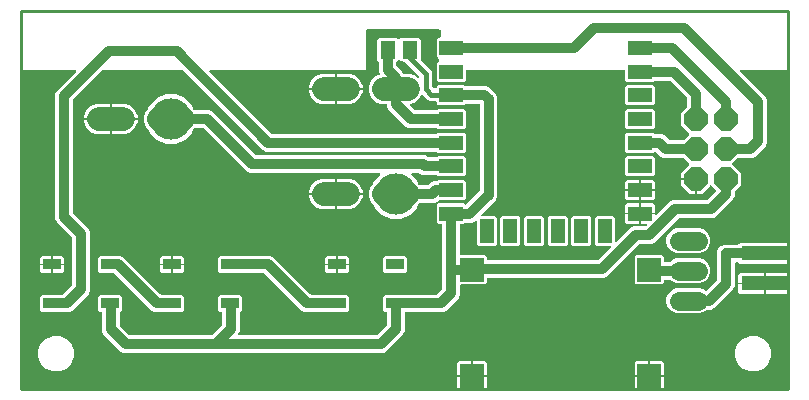
<source format=gbr>
G04 EAGLE Gerber RS-274X export*
G75*
%MOMM*%
%FSLAX34Y34*%
%LPD*%
%INTop Copper*%
%IPPOS*%
%AMOC8*
5,1,8,0,0,1.08239X$1,22.5*%
G01*
G04 Define Apertures*
%ADD10P,2.1821X8X112.5*%
%ADD11R,2.000000X1.200000*%
%ADD12R,1.200000X2.000000*%
%ADD13C,2.016000*%
%ADD14R,1.500000X0.900000*%
%ADD15C,1.600000*%
%ADD16R,4.000000X1.270000*%
%ADD17R,1.300000X1.500000*%
%ADD18R,2.000000X2.000000*%
%ADD19C,0.812800*%
%ADD20C,0.400000*%
%ADD21C,0.406400*%
%ADD22C,3.500000*%
%ADD23C,0.254000*%
G36*
X488666Y109224D02*
X488368Y109164D01*
X395462Y109164D01*
X395187Y109215D01*
X394932Y109379D01*
X394760Y109629D01*
X394700Y109926D01*
X394700Y112036D01*
X393236Y113500D01*
X372826Y113500D01*
X372551Y113551D01*
X372296Y113715D01*
X372124Y113965D01*
X372064Y114262D01*
X372064Y139278D01*
X372115Y139553D01*
X372279Y139808D01*
X372529Y139980D01*
X372826Y140040D01*
X375536Y140040D01*
X375658Y140163D01*
X375900Y140326D01*
X376197Y140386D01*
X381105Y140386D01*
X383885Y141538D01*
X384699Y142352D01*
X384919Y142505D01*
X385214Y142575D01*
X385513Y142524D01*
X385768Y142361D01*
X385940Y142110D01*
X386000Y141813D01*
X386000Y122704D01*
X387464Y121240D01*
X401536Y121240D01*
X403000Y122704D01*
X403000Y144776D01*
X401536Y146240D01*
X390427Y146240D01*
X390163Y146287D01*
X389905Y146446D01*
X389730Y146694D01*
X389665Y146990D01*
X389720Y147288D01*
X389888Y147541D01*
X402462Y160115D01*
X403614Y162895D01*
X403614Y246955D01*
X402462Y249735D01*
X396585Y255612D01*
X393805Y256764D01*
X376127Y256764D01*
X375841Y256820D01*
X375588Y256987D01*
X375536Y257040D01*
X353464Y257040D01*
X352000Y255576D01*
X352000Y255494D01*
X351949Y255219D01*
X351785Y254964D01*
X351535Y254792D01*
X351238Y254732D01*
X350307Y254732D01*
X350021Y254788D01*
X349768Y254955D01*
X348655Y256068D01*
X348492Y256310D01*
X348432Y256607D01*
X348432Y267800D01*
X347957Y268946D01*
X347900Y269214D01*
X347951Y269513D01*
X348114Y269768D01*
X348364Y269940D01*
X348661Y270000D01*
X351238Y270000D01*
X351513Y269949D01*
X351768Y269785D01*
X351940Y269535D01*
X352000Y269238D01*
X352000Y261504D01*
X353464Y260040D01*
X375536Y260040D01*
X377000Y261504D01*
X377000Y269238D01*
X377051Y269513D01*
X377215Y269768D01*
X377465Y269940D01*
X377762Y270000D01*
X511238Y270000D01*
X511513Y269949D01*
X511768Y269785D01*
X511940Y269535D01*
X512000Y269238D01*
X512000Y261504D01*
X513464Y260040D01*
X535536Y260040D01*
X536248Y260753D01*
X536490Y260916D01*
X536787Y260976D01*
X549511Y260976D01*
X549797Y260920D01*
X550050Y260753D01*
X563713Y247090D01*
X563876Y246848D01*
X563936Y246551D01*
X563936Y239142D01*
X563880Y238856D01*
X563713Y238604D01*
X558920Y233811D01*
X558920Y223389D01*
X565870Y216439D01*
X566028Y216208D01*
X566094Y215912D01*
X566038Y215614D01*
X565870Y215361D01*
X561496Y210987D01*
X561255Y210824D01*
X560958Y210764D01*
X549549Y210764D01*
X549263Y210820D01*
X549010Y210987D01*
X545045Y214952D01*
X542265Y216104D01*
X536787Y216104D01*
X536501Y216160D01*
X536248Y216327D01*
X535536Y217040D01*
X513464Y217040D01*
X512000Y215576D01*
X512000Y201504D01*
X513464Y200040D01*
X535536Y200040D01*
X536248Y200753D01*
X536490Y200916D01*
X536787Y200976D01*
X537311Y200976D01*
X537597Y200920D01*
X537850Y200753D01*
X541815Y196788D01*
X544595Y195636D01*
X560958Y195636D01*
X561244Y195580D01*
X561496Y195413D01*
X565842Y191067D01*
X566000Y190837D01*
X566065Y190540D01*
X566010Y190242D01*
X565842Y189990D01*
X558880Y183027D01*
X558880Y178562D01*
X572262Y178562D01*
X572262Y165180D01*
X576727Y165180D01*
X583690Y172142D01*
X583920Y172300D01*
X584216Y172365D01*
X584514Y172310D01*
X584767Y172142D01*
X588467Y168442D01*
X588625Y168212D01*
X588690Y167915D01*
X588635Y167617D01*
X588467Y167364D01*
X581290Y160187D01*
X581048Y160024D01*
X580751Y159964D01*
X552813Y159964D01*
X550032Y158812D01*
X538341Y147121D01*
X538121Y146968D01*
X537826Y146898D01*
X537527Y146949D01*
X537272Y147112D01*
X537100Y147362D01*
X537040Y147660D01*
X537040Y147778D01*
X525262Y147778D01*
X525262Y140000D01*
X529380Y140000D01*
X529644Y139953D01*
X529902Y139794D01*
X530077Y139546D01*
X530142Y139250D01*
X530087Y138952D01*
X529919Y138699D01*
X529271Y138051D01*
X529030Y137888D01*
X528732Y137828D01*
X518977Y137828D01*
X516196Y136676D01*
X504301Y124781D01*
X504081Y124628D01*
X503786Y124558D01*
X503487Y124609D01*
X503232Y124772D01*
X503060Y125022D01*
X503000Y125320D01*
X503000Y144776D01*
X501536Y146240D01*
X487464Y146240D01*
X486000Y144776D01*
X486000Y122704D01*
X487464Y121240D01*
X498920Y121240D01*
X499184Y121193D01*
X499442Y121034D01*
X499617Y120786D01*
X499682Y120490D01*
X499627Y120192D01*
X499459Y119939D01*
X488907Y109387D01*
X488666Y109224D01*
G37*
%LPC*%
G36*
X513464Y240040D02*
X535536Y240040D01*
X537000Y241504D01*
X537000Y255576D01*
X535536Y257040D01*
X513464Y257040D01*
X512000Y255576D01*
X512000Y241504D01*
X513464Y240040D01*
G37*
G36*
X513464Y220040D02*
X535536Y220040D01*
X537000Y221504D01*
X537000Y235576D01*
X535536Y237040D01*
X513464Y237040D01*
X512000Y235576D01*
X512000Y221504D01*
X513464Y220040D01*
G37*
G36*
X513464Y180040D02*
X535536Y180040D01*
X537000Y181504D01*
X537000Y195576D01*
X535536Y197040D01*
X513464Y197040D01*
X512000Y195576D01*
X512000Y181504D01*
X513464Y180040D01*
G37*
G36*
X511960Y169302D02*
X523738Y169302D01*
X523738Y177080D01*
X513448Y177080D01*
X511960Y175592D01*
X511960Y169302D01*
G37*
G36*
X525262Y169302D02*
X537040Y169302D01*
X537040Y175592D01*
X535552Y177080D01*
X525262Y177080D01*
X525262Y169302D01*
G37*
G36*
X566273Y165180D02*
X570738Y165180D01*
X570738Y177038D01*
X558880Y177038D01*
X558880Y172573D01*
X566273Y165180D01*
G37*
G36*
X525262Y160000D02*
X535552Y160000D01*
X537040Y161488D01*
X537040Y167778D01*
X525262Y167778D01*
X525262Y160000D01*
G37*
G36*
X513448Y160000D02*
X523738Y160000D01*
X523738Y167778D01*
X511960Y167778D01*
X511960Y161488D01*
X513448Y160000D01*
G37*
G36*
X511960Y149302D02*
X523738Y149302D01*
X523738Y157080D01*
X513448Y157080D01*
X511960Y155592D01*
X511960Y149302D01*
G37*
G36*
X525262Y149302D02*
X537040Y149302D01*
X537040Y155592D01*
X535552Y157080D01*
X525262Y157080D01*
X525262Y149302D01*
G37*
G36*
X513448Y140000D02*
X523738Y140000D01*
X523738Y147778D01*
X511960Y147778D01*
X511960Y141488D01*
X513448Y140000D01*
G37*
G36*
X467464Y121240D02*
X481536Y121240D01*
X483000Y122704D01*
X483000Y144776D01*
X481536Y146240D01*
X467464Y146240D01*
X466000Y144776D01*
X466000Y122704D01*
X467464Y121240D01*
G37*
G36*
X447464Y121240D02*
X461536Y121240D01*
X463000Y122704D01*
X463000Y144776D01*
X461536Y146240D01*
X447464Y146240D01*
X446000Y144776D01*
X446000Y122704D01*
X447464Y121240D01*
G37*
G36*
X427464Y121240D02*
X441536Y121240D01*
X443000Y122704D01*
X443000Y144776D01*
X441536Y146240D01*
X427464Y146240D01*
X426000Y144776D01*
X426000Y122704D01*
X427464Y121240D01*
G37*
G36*
X407464Y121240D02*
X421536Y121240D01*
X423000Y122704D01*
X423000Y144776D01*
X421536Y146240D01*
X407464Y146240D01*
X406000Y144776D01*
X406000Y122704D01*
X407464Y121240D01*
G37*
%LPD*%
G36*
X369195Y60D02*
X368898Y0D01*
X762Y0D01*
X487Y51D01*
X232Y215D01*
X60Y465D01*
X0Y762D01*
X0Y269238D01*
X51Y269513D01*
X215Y269768D01*
X465Y269940D01*
X762Y270000D01*
X46045Y270000D01*
X46308Y269953D01*
X46566Y269794D01*
X46742Y269546D01*
X46807Y269250D01*
X46751Y268952D01*
X46584Y268699D01*
X30364Y252479D01*
X29212Y249699D01*
X29212Y144001D01*
X30364Y141221D01*
X43213Y128372D01*
X43376Y128130D01*
X43436Y127833D01*
X43436Y87849D01*
X43380Y87563D01*
X43213Y87310D01*
X36090Y80187D01*
X35848Y80024D01*
X35551Y79964D01*
X24795Y79964D01*
X23574Y79458D01*
X23282Y79400D01*
X17764Y79400D01*
X16300Y77936D01*
X16300Y66864D01*
X17764Y65400D01*
X23282Y65400D01*
X23574Y65342D01*
X24795Y64836D01*
X40505Y64836D01*
X43285Y65988D01*
X57412Y80115D01*
X58564Y82895D01*
X58564Y132786D01*
X57412Y135567D01*
X44563Y148416D01*
X44400Y148657D01*
X44340Y148955D01*
X44340Y244745D01*
X44396Y245031D01*
X44563Y245284D01*
X69056Y269777D01*
X69297Y269940D01*
X69595Y270000D01*
X136837Y270000D01*
X137123Y269944D01*
X137376Y269777D01*
X205025Y202128D01*
X207805Y200976D01*
X352213Y200976D01*
X352499Y200920D01*
X352752Y200753D01*
X353464Y200040D01*
X375536Y200040D01*
X377000Y201504D01*
X377000Y215576D01*
X375536Y217040D01*
X353464Y217040D01*
X352752Y216327D01*
X352510Y216164D01*
X352213Y216104D01*
X212759Y216104D01*
X212473Y216160D01*
X212220Y216327D01*
X159848Y268699D01*
X159695Y268919D01*
X159625Y269214D01*
X159676Y269513D01*
X159839Y269768D01*
X160090Y269940D01*
X160387Y270000D01*
X302174Y270000D01*
X302449Y269949D01*
X302704Y269785D01*
X302876Y269535D01*
X302936Y269238D01*
X302936Y268853D01*
X303738Y266916D01*
X303796Y266643D01*
X303743Y266344D01*
X303577Y266090D01*
X303326Y265921D01*
X300294Y264665D01*
X296755Y261126D01*
X294840Y256502D01*
X294840Y251498D01*
X296755Y246874D01*
X300294Y243335D01*
X304918Y241420D01*
X309174Y241420D01*
X309449Y241369D01*
X309704Y241205D01*
X309876Y240955D01*
X309936Y240658D01*
X309936Y239795D01*
X311088Y237015D01*
X325975Y222128D01*
X328755Y220976D01*
X352213Y220976D01*
X352499Y220920D01*
X352752Y220753D01*
X353464Y220040D01*
X375536Y220040D01*
X377000Y221504D01*
X377000Y235576D01*
X375536Y237040D01*
X353464Y237040D01*
X352752Y236327D01*
X352510Y236164D01*
X352213Y236104D01*
X333709Y236104D01*
X333423Y236160D01*
X333170Y236327D01*
X329378Y240119D01*
X329225Y240339D01*
X329155Y240634D01*
X329206Y240933D01*
X329369Y241188D01*
X329620Y241360D01*
X329917Y241420D01*
X330082Y241420D01*
X334706Y243335D01*
X338245Y246874D01*
X338968Y248619D01*
X339116Y248849D01*
X339363Y249024D01*
X339659Y249089D01*
X339958Y249034D01*
X340210Y248866D01*
X344566Y244510D01*
X346600Y243668D01*
X351238Y243668D01*
X351513Y243617D01*
X351768Y243453D01*
X351940Y243203D01*
X352000Y242906D01*
X352000Y241504D01*
X353464Y240040D01*
X375536Y240040D01*
X376908Y241413D01*
X377150Y241576D01*
X377447Y241636D01*
X387724Y241636D01*
X387999Y241585D01*
X388254Y241421D01*
X388426Y241171D01*
X388486Y240874D01*
X388486Y167849D01*
X388430Y167563D01*
X388263Y167310D01*
X377303Y156350D01*
X377073Y156192D01*
X376776Y156127D01*
X376478Y156183D01*
X376225Y156350D01*
X375536Y157040D01*
X353464Y157040D01*
X352000Y155576D01*
X352000Y141504D01*
X353464Y140040D01*
X356174Y140040D01*
X356449Y139989D01*
X356704Y139825D01*
X356876Y139575D01*
X356936Y139278D01*
X356936Y84749D01*
X356880Y84463D01*
X356713Y84210D01*
X352690Y80187D01*
X352448Y80024D01*
X352151Y79964D01*
X315095Y79964D01*
X313874Y79458D01*
X313582Y79400D01*
X308064Y79400D01*
X306600Y77936D01*
X306600Y66864D01*
X308064Y65400D01*
X309174Y65400D01*
X309449Y65349D01*
X309704Y65185D01*
X309876Y64935D01*
X309936Y64638D01*
X309936Y54249D01*
X309880Y53963D01*
X309713Y53710D01*
X301890Y45887D01*
X301648Y45724D01*
X301351Y45664D01*
X185000Y45664D01*
X184731Y45713D01*
X184474Y45874D01*
X184301Y46123D01*
X184238Y46420D01*
X184296Y46718D01*
X185364Y49295D01*
X185364Y65013D01*
X185420Y65299D01*
X185587Y65552D01*
X186900Y66864D01*
X186900Y77936D01*
X185436Y79400D01*
X179918Y79400D01*
X179626Y79458D01*
X178405Y79964D01*
X175395Y79964D01*
X174174Y79458D01*
X173882Y79400D01*
X168364Y79400D01*
X166900Y77936D01*
X166900Y66864D01*
X168364Y65400D01*
X169474Y65400D01*
X169749Y65349D01*
X170004Y65185D01*
X170176Y64935D01*
X170236Y64638D01*
X170236Y54249D01*
X170180Y53963D01*
X170013Y53710D01*
X162190Y45887D01*
X161948Y45724D01*
X161651Y45664D01*
X92349Y45664D01*
X92063Y45720D01*
X91810Y45887D01*
X83987Y53710D01*
X83824Y53952D01*
X83764Y54249D01*
X83764Y65013D01*
X83820Y65299D01*
X83987Y65552D01*
X85300Y66864D01*
X85300Y77936D01*
X83836Y79400D01*
X66764Y79400D01*
X65300Y77936D01*
X65300Y66864D01*
X66764Y65400D01*
X67874Y65400D01*
X68149Y65349D01*
X68404Y65185D01*
X68576Y64935D01*
X68636Y64638D01*
X68636Y49295D01*
X69788Y46515D01*
X84615Y31688D01*
X87395Y30536D01*
X306305Y30536D01*
X309085Y31688D01*
X323912Y46515D01*
X325064Y49295D01*
X325064Y64074D01*
X325115Y64349D01*
X325279Y64604D01*
X325529Y64776D01*
X325826Y64836D01*
X357105Y64836D01*
X359885Y65988D01*
X370912Y77015D01*
X372064Y79795D01*
X372064Y87738D01*
X372115Y88013D01*
X372279Y88268D01*
X372529Y88440D01*
X372826Y88500D01*
X393236Y88500D01*
X394700Y89964D01*
X394700Y93274D01*
X394751Y93549D01*
X394915Y93804D01*
X395165Y93976D01*
X395462Y94036D01*
X493322Y94036D01*
X496102Y95188D01*
X523391Y122477D01*
X523633Y122640D01*
X523930Y122700D01*
X533686Y122700D01*
X536466Y123852D01*
X557227Y144613D01*
X557469Y144776D01*
X557766Y144836D01*
X585705Y144836D01*
X588485Y145988D01*
X603312Y160815D01*
X604464Y163595D01*
X604464Y167258D01*
X604520Y167544D01*
X604687Y167796D01*
X609480Y172589D01*
X609480Y183011D01*
X602530Y189961D01*
X602372Y190192D01*
X602307Y190488D01*
X602362Y190786D01*
X602530Y191039D01*
X606904Y195413D01*
X607145Y195576D01*
X607442Y195636D01*
X619024Y195636D01*
X621804Y196788D01*
X630592Y205576D01*
X631744Y208356D01*
X631744Y244383D01*
X630592Y247163D01*
X609056Y268699D01*
X608903Y268919D01*
X608833Y269214D01*
X608884Y269513D01*
X609048Y269768D01*
X609298Y269940D01*
X609595Y270000D01*
X649238Y270000D01*
X649513Y269949D01*
X649768Y269785D01*
X649940Y269535D01*
X650000Y269238D01*
X650000Y124312D01*
X649949Y124037D01*
X649785Y123782D01*
X649535Y123610D01*
X649238Y123550D01*
X608964Y123550D01*
X607902Y122487D01*
X607660Y122324D01*
X607363Y122264D01*
X595395Y122264D01*
X592615Y121112D01*
X590488Y118985D01*
X589336Y116205D01*
X589336Y92349D01*
X589280Y92063D01*
X589113Y91810D01*
X580415Y83112D01*
X580184Y82954D01*
X579888Y82889D01*
X579590Y82945D01*
X579337Y83112D01*
X578948Y83501D01*
X575089Y85100D01*
X554911Y85100D01*
X551052Y83501D01*
X548099Y80548D01*
X546500Y76689D01*
X546500Y72511D01*
X548099Y68652D01*
X551052Y65699D01*
X554911Y64100D01*
X575089Y64100D01*
X578948Y65699D01*
X580062Y66813D01*
X580304Y66976D01*
X580601Y67036D01*
X584105Y67036D01*
X586885Y68188D01*
X603312Y84615D01*
X604464Y87395D01*
X604464Y106374D01*
X604515Y106649D01*
X604679Y106904D01*
X604929Y107076D01*
X605226Y107136D01*
X607363Y107136D01*
X607649Y107080D01*
X607902Y106913D01*
X608964Y105850D01*
X649238Y105850D01*
X649513Y105799D01*
X649768Y105635D01*
X649940Y105385D01*
X650000Y105088D01*
X650000Y98952D01*
X649949Y98677D01*
X649785Y98422D01*
X649535Y98250D01*
X649238Y98190D01*
X630762Y98190D01*
X630762Y80410D01*
X649238Y80410D01*
X649513Y80359D01*
X649768Y80195D01*
X649940Y79945D01*
X650000Y79648D01*
X650000Y762D01*
X649949Y487D01*
X649785Y232D01*
X649535Y60D01*
X649238Y0D01*
X545502Y0D01*
X545227Y51D01*
X544972Y215D01*
X544800Y465D01*
X544740Y762D01*
X544740Y10238D01*
X519660Y10238D01*
X519660Y762D01*
X519609Y487D01*
X519445Y232D01*
X519195Y60D01*
X518898Y0D01*
X395502Y0D01*
X395227Y51D01*
X394972Y215D01*
X394800Y465D01*
X394740Y762D01*
X394740Y10238D01*
X369660Y10238D01*
X369660Y762D01*
X369609Y487D01*
X369445Y232D01*
X369195Y60D01*
G37*
%LPC*%
G36*
X267462Y254762D02*
X289400Y254762D01*
X289400Y256510D01*
X287479Y261149D01*
X283929Y264699D01*
X279290Y266620D01*
X267462Y266620D01*
X267462Y254762D01*
G37*
G36*
X244000Y254762D02*
X265938Y254762D01*
X265938Y266620D01*
X254110Y266620D01*
X249471Y264699D01*
X245921Y261149D01*
X244000Y256510D01*
X244000Y254762D01*
G37*
G36*
X254110Y241380D02*
X265938Y241380D01*
X265938Y253238D01*
X244000Y253238D01*
X244000Y251490D01*
X245921Y246851D01*
X249471Y243301D01*
X254110Y241380D01*
G37*
G36*
X267462Y241380D02*
X279290Y241380D01*
X283929Y243301D01*
X287479Y246851D01*
X289400Y251490D01*
X289400Y253238D01*
X267462Y253238D01*
X267462Y241380D01*
G37*
G36*
X313323Y144100D02*
X321677Y144100D01*
X329396Y147297D01*
X335303Y153204D01*
X336537Y156184D01*
X336703Y156432D01*
X337584Y157313D01*
X337825Y157476D01*
X338122Y157536D01*
X349865Y157536D01*
X352645Y158688D01*
X353774Y159817D01*
X354016Y159980D01*
X354313Y160040D01*
X375536Y160040D01*
X377000Y161504D01*
X377000Y175576D01*
X375536Y177040D01*
X353464Y177040D01*
X352752Y176327D01*
X352510Y176164D01*
X352213Y176104D01*
X350295Y176104D01*
X347515Y174952D01*
X345450Y172887D01*
X345208Y172724D01*
X344911Y172664D01*
X338122Y172664D01*
X337836Y172720D01*
X337584Y172887D01*
X336703Y173768D01*
X336537Y174016D01*
X335303Y176996D01*
X330999Y181299D01*
X330846Y181519D01*
X330777Y181814D01*
X330827Y182113D01*
X330991Y182368D01*
X331241Y182540D01*
X331538Y182600D01*
X337133Y182600D01*
X337419Y182544D01*
X337672Y182377D01*
X337921Y182128D01*
X340701Y180976D01*
X352213Y180976D01*
X352499Y180920D01*
X352752Y180753D01*
X353464Y180040D01*
X375536Y180040D01*
X377000Y181504D01*
X377000Y195576D01*
X375536Y197040D01*
X353464Y197040D01*
X352752Y196327D01*
X352510Y196164D01*
X352213Y196104D01*
X345655Y196104D01*
X345369Y196160D01*
X345116Y196327D01*
X344867Y196576D01*
X342086Y197728D01*
X199584Y197728D01*
X199298Y197784D01*
X199045Y197951D01*
X161984Y235012D01*
X159204Y236164D01*
X147622Y236164D01*
X147336Y236220D01*
X147084Y236387D01*
X146203Y237268D01*
X146037Y237516D01*
X144803Y240496D01*
X138896Y246403D01*
X131177Y249600D01*
X122823Y249600D01*
X115104Y246403D01*
X109197Y240496D01*
X107963Y237516D01*
X107798Y237268D01*
X106255Y235726D01*
X104340Y231102D01*
X104340Y226098D01*
X106255Y221474D01*
X107798Y219932D01*
X107963Y219684D01*
X109197Y216704D01*
X115104Y210797D01*
X122823Y207600D01*
X131177Y207600D01*
X138896Y210797D01*
X144803Y216704D01*
X146037Y219684D01*
X146203Y219932D01*
X147084Y220813D01*
X147325Y220976D01*
X147622Y221036D01*
X154251Y221036D01*
X154536Y220980D01*
X154789Y220813D01*
X191851Y183752D01*
X194631Y182600D01*
X303462Y182600D01*
X303725Y182553D01*
X303983Y182394D01*
X304159Y182146D01*
X304224Y181850D01*
X304168Y181552D01*
X304001Y181299D01*
X299697Y176996D01*
X298463Y174016D01*
X298298Y173768D01*
X296755Y172226D01*
X294840Y167602D01*
X294840Y162598D01*
X296755Y157974D01*
X298298Y156432D01*
X298463Y156184D01*
X299697Y153204D01*
X305604Y147297D01*
X313323Y144100D01*
G37*
G36*
X76962Y229362D02*
X98900Y229362D01*
X98900Y231110D01*
X96979Y235749D01*
X93429Y239299D01*
X88790Y241220D01*
X76962Y241220D01*
X76962Y229362D01*
G37*
G36*
X53500Y229362D02*
X75438Y229362D01*
X75438Y241220D01*
X63610Y241220D01*
X58971Y239299D01*
X55421Y235749D01*
X53500Y231110D01*
X53500Y229362D01*
G37*
G36*
X63610Y215980D02*
X75438Y215980D01*
X75438Y227838D01*
X53500Y227838D01*
X53500Y226090D01*
X55421Y221451D01*
X58971Y217901D01*
X63610Y215980D01*
G37*
G36*
X76962Y215980D02*
X88790Y215980D01*
X93429Y217901D01*
X96979Y221451D01*
X98900Y226090D01*
X98900Y227838D01*
X76962Y227838D01*
X76962Y215980D01*
G37*
G36*
X244000Y165862D02*
X265938Y165862D01*
X265938Y177720D01*
X254110Y177720D01*
X249471Y175799D01*
X245921Y172249D01*
X244000Y167610D01*
X244000Y165862D01*
G37*
G36*
X267462Y165862D02*
X289400Y165862D01*
X289400Y167610D01*
X287479Y172249D01*
X283929Y175799D01*
X279290Y177720D01*
X267462Y177720D01*
X267462Y165862D01*
G37*
G36*
X267462Y152480D02*
X279290Y152480D01*
X283929Y154401D01*
X287479Y157951D01*
X289400Y162590D01*
X289400Y164338D01*
X267462Y164338D01*
X267462Y152480D01*
G37*
G36*
X254110Y152480D02*
X265938Y152480D01*
X265938Y164338D01*
X244000Y164338D01*
X244000Y162590D01*
X245921Y157951D01*
X249471Y154401D01*
X254110Y152480D01*
G37*
G36*
X554911Y114900D02*
X575089Y114900D01*
X578948Y116499D01*
X581901Y119452D01*
X583500Y123311D01*
X583500Y127489D01*
X581901Y131348D01*
X578948Y134301D01*
X575089Y135900D01*
X554911Y135900D01*
X551052Y134301D01*
X548099Y131348D01*
X546500Y127489D01*
X546500Y123311D01*
X548099Y119452D01*
X551052Y116499D01*
X554911Y114900D01*
G37*
G36*
X521164Y88500D02*
X543236Y88500D01*
X544700Y89964D01*
X544700Y91674D01*
X544751Y91949D01*
X544915Y92204D01*
X545165Y92376D01*
X545462Y92436D01*
X549399Y92436D01*
X549685Y92380D01*
X549938Y92213D01*
X551052Y91099D01*
X554911Y89500D01*
X575089Y89500D01*
X578948Y91099D01*
X581901Y94052D01*
X583500Y97911D01*
X583500Y102089D01*
X581901Y105948D01*
X578948Y108901D01*
X575089Y110500D01*
X554911Y110500D01*
X551052Y108901D01*
X549938Y107787D01*
X549696Y107624D01*
X549399Y107564D01*
X545462Y107564D01*
X545187Y107615D01*
X544932Y107779D01*
X544760Y108029D01*
X544700Y108326D01*
X544700Y112036D01*
X543236Y113500D01*
X521164Y113500D01*
X519700Y112036D01*
X519700Y89964D01*
X521164Y88500D01*
G37*
G36*
X240695Y64836D02*
X269105Y64836D01*
X270326Y65342D01*
X270618Y65400D01*
X276136Y65400D01*
X277600Y66864D01*
X277600Y77936D01*
X276136Y79400D01*
X270618Y79400D01*
X270326Y79458D01*
X269105Y79964D01*
X245649Y79964D01*
X245363Y80020D01*
X245110Y80187D01*
X213485Y111812D01*
X210705Y112964D01*
X175395Y112964D01*
X174174Y112458D01*
X173882Y112400D01*
X168364Y112400D01*
X166900Y110936D01*
X166900Y99864D01*
X168364Y98400D01*
X173882Y98400D01*
X174174Y98342D01*
X175395Y97836D01*
X205751Y97836D01*
X206037Y97780D01*
X206290Y97613D01*
X237915Y65988D01*
X240695Y64836D01*
G37*
G36*
X113695Y64836D02*
X129405Y64836D01*
X130626Y65342D01*
X130918Y65400D01*
X136436Y65400D01*
X137900Y66864D01*
X137900Y77936D01*
X136436Y79400D01*
X130918Y79400D01*
X130626Y79458D01*
X129405Y79964D01*
X118649Y79964D01*
X118363Y80020D01*
X118110Y80187D01*
X86485Y111812D01*
X83705Y112964D01*
X73795Y112964D01*
X72574Y112458D01*
X72282Y112400D01*
X66764Y112400D01*
X65300Y110936D01*
X65300Y99864D01*
X66764Y98400D01*
X72282Y98400D01*
X72574Y98342D01*
X73795Y97836D01*
X78751Y97836D01*
X79037Y97780D01*
X79290Y97613D01*
X110915Y65988D01*
X113695Y64836D01*
G37*
G36*
X27062Y106162D02*
X36340Y106162D01*
X36340Y110952D01*
X34852Y112440D01*
X27062Y112440D01*
X27062Y106162D01*
G37*
G36*
X268362Y106162D02*
X277640Y106162D01*
X277640Y110952D01*
X276152Y112440D01*
X268362Y112440D01*
X268362Y106162D01*
G37*
G36*
X257560Y106162D02*
X266838Y106162D01*
X266838Y112440D01*
X259048Y112440D01*
X257560Y110952D01*
X257560Y106162D01*
G37*
G36*
X16260Y106162D02*
X25538Y106162D01*
X25538Y112440D01*
X17748Y112440D01*
X16260Y110952D01*
X16260Y106162D01*
G37*
G36*
X117860Y106162D02*
X127138Y106162D01*
X127138Y112440D01*
X119348Y112440D01*
X117860Y110952D01*
X117860Y106162D01*
G37*
G36*
X128662Y106162D02*
X137940Y106162D01*
X137940Y110952D01*
X136452Y112440D01*
X128662Y112440D01*
X128662Y106162D01*
G37*
G36*
X308064Y98400D02*
X325136Y98400D01*
X326600Y99864D01*
X326600Y110936D01*
X325136Y112400D01*
X308064Y112400D01*
X306600Y110936D01*
X306600Y99864D01*
X308064Y98400D01*
G37*
G36*
X259048Y98360D02*
X266838Y98360D01*
X266838Y104638D01*
X257560Y104638D01*
X257560Y99848D01*
X259048Y98360D01*
G37*
G36*
X268362Y98360D02*
X276152Y98360D01*
X277640Y99848D01*
X277640Y104638D01*
X268362Y104638D01*
X268362Y98360D01*
G37*
G36*
X128662Y98360D02*
X136452Y98360D01*
X137940Y99848D01*
X137940Y104638D01*
X128662Y104638D01*
X128662Y98360D01*
G37*
G36*
X119348Y98360D02*
X127138Y98360D01*
X127138Y104638D01*
X117860Y104638D01*
X117860Y99848D01*
X119348Y98360D01*
G37*
G36*
X27062Y98360D02*
X34852Y98360D01*
X36340Y99848D01*
X36340Y104638D01*
X27062Y104638D01*
X27062Y98360D01*
G37*
G36*
X17748Y98360D02*
X25538Y98360D01*
X25538Y104638D01*
X16260Y104638D01*
X16260Y99848D01*
X17748Y98360D01*
G37*
G36*
X607460Y90062D02*
X629238Y90062D01*
X629238Y98190D01*
X608948Y98190D01*
X607460Y96702D01*
X607460Y90062D01*
G37*
G36*
X608948Y80410D02*
X629238Y80410D01*
X629238Y88538D01*
X607460Y88538D01*
X607460Y81898D01*
X608948Y80410D01*
G37*
G36*
X617016Y15000D02*
X622984Y15000D01*
X628497Y17284D01*
X632716Y21503D01*
X635000Y27016D01*
X635000Y32984D01*
X632716Y38497D01*
X628497Y42716D01*
X622984Y45000D01*
X617016Y45000D01*
X611503Y42716D01*
X607284Y38497D01*
X605000Y32984D01*
X605000Y27016D01*
X607284Y21503D01*
X611503Y17284D01*
X617016Y15000D01*
G37*
G36*
X27016Y15000D02*
X32984Y15000D01*
X38497Y17284D01*
X42716Y21503D01*
X45000Y27016D01*
X45000Y32984D01*
X42716Y38497D01*
X38497Y42716D01*
X32984Y45000D01*
X27016Y45000D01*
X21503Y42716D01*
X17284Y38497D01*
X15000Y32984D01*
X15000Y27016D01*
X17284Y21503D01*
X21503Y17284D01*
X27016Y15000D01*
G37*
G36*
X519660Y11762D02*
X531438Y11762D01*
X531438Y23540D01*
X521148Y23540D01*
X519660Y22052D01*
X519660Y11762D01*
G37*
G36*
X369660Y11762D02*
X381438Y11762D01*
X381438Y23540D01*
X371148Y23540D01*
X369660Y22052D01*
X369660Y11762D01*
G37*
G36*
X382962Y11762D02*
X394740Y11762D01*
X394740Y22052D01*
X393252Y23540D01*
X382962Y23540D01*
X382962Y11762D01*
G37*
G36*
X532962Y11762D02*
X544740Y11762D01*
X544740Y22052D01*
X543252Y23540D01*
X532962Y23540D01*
X532962Y11762D01*
G37*
%LPD*%
G36*
X336914Y263146D02*
X336618Y263081D01*
X336320Y263136D01*
X336067Y263304D01*
X334706Y264665D01*
X330082Y266580D01*
X324861Y266580D01*
X324581Y266633D01*
X324327Y266799D01*
X324157Y267050D01*
X323912Y267642D01*
X322855Y268699D01*
X322702Y268919D01*
X322632Y269214D01*
X322683Y269513D01*
X322847Y269768D01*
X323097Y269940D01*
X323394Y270000D01*
X331461Y270000D01*
X331747Y269944D01*
X332000Y269777D01*
X337145Y264632D01*
X337308Y264390D01*
X337368Y264093D01*
X337368Y263842D01*
X337321Y263579D01*
X337162Y263321D01*
X336914Y263146D01*
G37*
G36*
X294938Y258126D02*
X294164Y257943D01*
X293379Y258077D01*
X292709Y258505D01*
X292258Y259162D01*
X292100Y259942D01*
X292100Y302800D01*
X292234Y303521D01*
X292663Y304192D01*
X293320Y304642D01*
X294100Y304800D01*
X353600Y304800D01*
X354321Y304666D01*
X354992Y304237D01*
X355442Y303580D01*
X355600Y302800D01*
X355600Y299040D01*
X355466Y298319D01*
X355037Y297649D01*
X354380Y297198D01*
X353600Y297040D01*
X353464Y297040D01*
X352000Y295576D01*
X352000Y281504D01*
X353550Y279954D01*
X353965Y279349D01*
X354136Y278572D01*
X353990Y277789D01*
X353550Y277126D01*
X352000Y275576D01*
X352000Y269241D01*
X351882Y268565D01*
X351469Y267884D01*
X350824Y267419D01*
X350048Y267242D01*
X349264Y267381D01*
X348597Y267816D01*
X348152Y268476D01*
X347590Y269834D01*
X339086Y278338D01*
X338658Y278972D01*
X338500Y279752D01*
X338500Y295876D01*
X337036Y297340D01*
X321964Y297340D01*
X321414Y296790D01*
X320809Y296375D01*
X320032Y296204D01*
X319249Y296350D01*
X318586Y296790D01*
X318036Y297340D01*
X302964Y297340D01*
X301500Y295876D01*
X301500Y278804D01*
X302350Y277954D01*
X302778Y277320D01*
X302936Y276540D01*
X302936Y268853D01*
X303264Y268060D01*
X303416Y267342D01*
X303276Y266559D01*
X302842Y265892D01*
X302182Y265447D01*
X300294Y264665D01*
X296755Y261126D01*
X295948Y259177D01*
X295580Y258597D01*
X294938Y258126D01*
G37*
G36*
X331148Y266738D02*
X330368Y266580D01*
X325689Y266580D01*
X324953Y266720D01*
X324286Y267154D01*
X324050Y267504D01*
X318650Y272904D01*
X318222Y273539D01*
X318064Y274319D01*
X318064Y276412D01*
X318187Y277103D01*
X318605Y277780D01*
X319255Y278241D01*
X320032Y278412D01*
X320815Y278266D01*
X321478Y277826D01*
X321964Y277340D01*
X323608Y277340D01*
X324359Y277194D01*
X325022Y276754D01*
X331782Y269994D01*
X332184Y269418D01*
X332367Y268644D01*
X332234Y267859D01*
X331805Y267189D01*
X331148Y266738D01*
G37*
G36*
X351383Y255149D02*
X350606Y254978D01*
X349823Y255124D01*
X349160Y255564D01*
X349018Y255706D01*
X348590Y256340D01*
X348432Y257120D01*
X348432Y260244D01*
X348555Y260935D01*
X348973Y261612D01*
X349623Y262073D01*
X350400Y262244D01*
X351183Y262098D01*
X351846Y261658D01*
X353550Y259954D01*
X353965Y259349D01*
X354136Y258572D01*
X353990Y257789D01*
X353550Y257126D01*
X351988Y255564D01*
X351383Y255149D01*
G37*
D10*
X571500Y177800D03*
X596900Y177800D03*
X571500Y203200D03*
X596900Y203200D03*
X571500Y228600D03*
X596900Y228600D03*
D11*
X524500Y148540D03*
X524500Y168540D03*
X524500Y188540D03*
X524500Y208540D03*
X524500Y228540D03*
X524500Y248540D03*
X524500Y268540D03*
X524500Y288540D03*
X364500Y288540D03*
X364500Y248540D03*
X364500Y268540D03*
X364500Y228540D03*
X364500Y208540D03*
X364500Y188540D03*
X364500Y168540D03*
X364500Y148540D03*
D12*
X494500Y133740D03*
X474500Y133740D03*
X454500Y133740D03*
X434500Y133740D03*
X414500Y133740D03*
X394500Y133740D03*
D13*
X86280Y228600D02*
X66120Y228600D01*
X116920Y228600D02*
X137080Y228600D01*
X256620Y165100D02*
X276780Y165100D01*
X307420Y165100D02*
X327580Y165100D01*
D14*
X26300Y105400D03*
X26300Y72400D03*
X75300Y105400D03*
X75300Y72400D03*
X127900Y105400D03*
X127900Y72400D03*
X176900Y105400D03*
X176900Y72400D03*
X267600Y105400D03*
X267600Y72400D03*
X316600Y105400D03*
X316600Y72400D03*
D15*
X557000Y74600D02*
X573000Y74600D01*
X573000Y100000D02*
X557000Y100000D01*
X557000Y125400D02*
X573000Y125400D01*
D13*
X276780Y254000D02*
X256620Y254000D01*
X307420Y254000D02*
X327580Y254000D01*
D16*
X630000Y114700D03*
X630000Y89300D03*
D17*
X310500Y287340D03*
X329500Y287340D03*
D18*
X382200Y101000D03*
X382200Y11000D03*
X532200Y101000D03*
X532200Y11000D03*
D19*
X524500Y288540D02*
X551710Y288540D01*
X596900Y243350D01*
X596900Y228600D01*
X552960Y268540D02*
X524500Y268540D01*
X552960Y268540D02*
X571500Y250000D01*
X571500Y228600D01*
X468540Y288540D02*
X364500Y288540D01*
X468540Y288540D02*
X485450Y305450D01*
X617519Y203200D02*
X624180Y209861D01*
X561608Y305450D02*
X485450Y305450D01*
X624180Y242878D02*
X624180Y209861D01*
X624180Y242878D02*
X561608Y305450D01*
X596900Y203200D02*
X617519Y203200D01*
X546100Y203200D02*
X540760Y208540D01*
X524500Y208540D01*
X546100Y203200D02*
X571500Y203200D01*
D20*
X364500Y148540D02*
X364600Y147950D01*
D19*
X364600Y249200D02*
X392300Y249200D01*
X396050Y245450D01*
X396050Y164400D01*
X379600Y147950D01*
X364600Y147950D01*
X364500Y248540D02*
X364600Y249200D01*
D20*
X364500Y148540D02*
X364600Y147950D01*
X76200Y71500D02*
X75300Y72400D01*
D19*
X76200Y71500D02*
X76200Y50800D01*
X88900Y38100D01*
X139700Y38100D02*
X152400Y38100D01*
X139700Y38100D02*
X88900Y38100D01*
X165100Y38100D02*
X177800Y50800D01*
X177800Y71500D01*
X176900Y72400D01*
D20*
X316600Y72400D02*
X317500Y71500D01*
D19*
X317500Y50800D01*
X304800Y38100D01*
X165100Y38100D01*
X152400Y38100D01*
X596900Y165100D02*
X596900Y177800D01*
X596900Y165100D02*
X584200Y152400D01*
X355600Y72400D02*
X316600Y72400D01*
D21*
X342900Y266700D02*
X329500Y280100D01*
X329500Y287340D01*
X342900Y254000D02*
X347700Y249200D01*
X342900Y254000D02*
X342900Y266700D01*
X347700Y249200D02*
X364600Y249200D01*
D19*
X532181Y130264D02*
X554317Y152400D01*
X532181Y130264D02*
X520481Y130264D01*
X554317Y152400D02*
X584200Y152400D01*
X520481Y130264D02*
X502936Y112719D01*
X364500Y101600D02*
X364500Y148540D01*
X364500Y101600D02*
X364500Y81300D01*
X355600Y72400D01*
X365100Y101000D02*
X382200Y101000D01*
X365100Y101000D02*
X364500Y101600D01*
X382200Y101000D02*
X382800Y101600D01*
X482600Y101600D01*
X491817Y101600D01*
X502936Y112719D01*
X157699Y228600D02*
X127000Y228600D01*
X340582Y190164D02*
X342206Y188540D01*
X364500Y188540D01*
X196135Y190164D02*
X157699Y228600D01*
X196135Y190164D02*
X340582Y190164D01*
D22*
X127000Y228600D03*
D19*
X351800Y168540D02*
X364500Y168540D01*
X351800Y168540D02*
X348360Y165100D01*
X317500Y165100D01*
D22*
X317500Y165100D03*
D19*
X82200Y105400D02*
X75300Y105400D01*
X115200Y72400D02*
X127900Y72400D01*
X115200Y72400D02*
X102500Y85100D01*
X82200Y105400D01*
X242200Y72400D02*
X267600Y72400D01*
X242200Y72400D02*
X209200Y105400D01*
X176900Y105400D01*
X209310Y208540D02*
X132000Y285850D01*
X209310Y208540D02*
X364500Y208540D01*
X51000Y84400D02*
X39000Y72400D01*
X26300Y72400D01*
X36776Y145506D02*
X36776Y248194D01*
X36776Y145506D02*
X51000Y131282D01*
X51000Y84400D01*
X74432Y285850D02*
X132000Y285850D01*
X74432Y285850D02*
X36776Y248194D01*
X533200Y100000D02*
X565000Y100000D01*
X533200Y100000D02*
X532200Y101000D01*
X565000Y74600D02*
X582600Y74600D01*
X584200Y76200D01*
X596900Y88900D01*
X596900Y114700D01*
X630000Y114700D01*
X364500Y228540D02*
X330260Y228540D01*
X330200Y228600D01*
X317500Y241300D01*
X317500Y254000D01*
X310500Y270357D02*
X310500Y287340D01*
X310500Y270357D02*
X317500Y263357D01*
X317500Y254000D01*
D23*
X0Y0D02*
X650000Y0D01*
X650000Y320000D01*
X0Y320000D01*
X0Y0D01*
M02*

</source>
